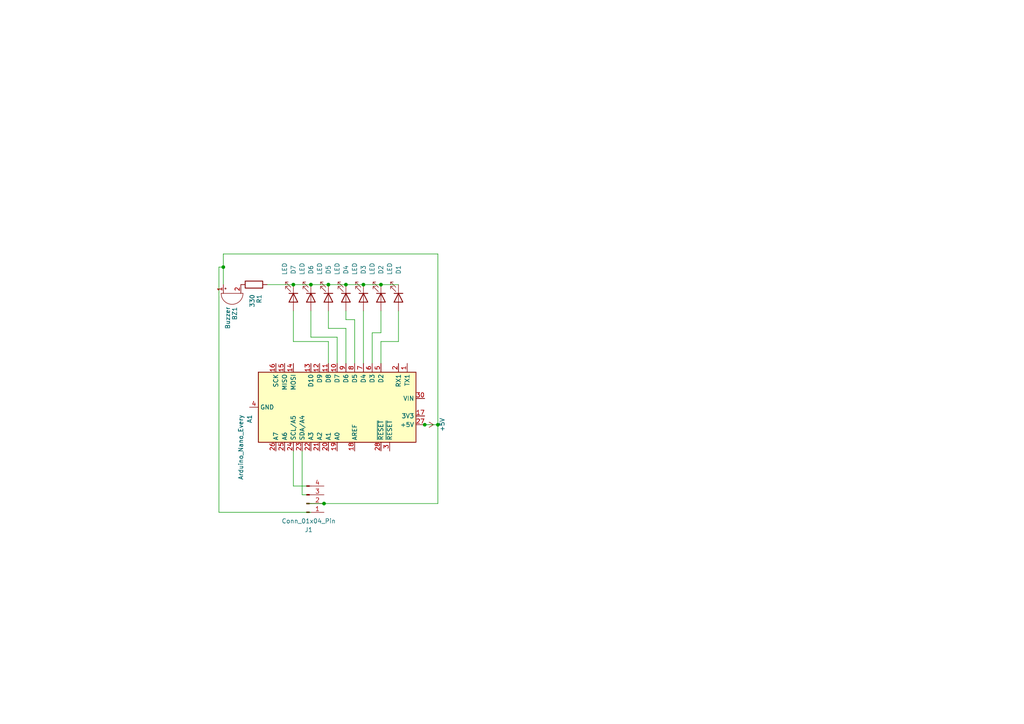
<source format=kicad_sch>
(kicad_sch
	(version 20250114)
	(generator "eeschema")
	(generator_version "9.0")
	(uuid "f2380880-d8c0-4e02-b66d-88fcd1d05cd0")
	(paper "A4")
	(lib_symbols
		(symbol "Connector:Conn_01x04_Pin"
			(pin_names
				(offset 1.016)
				(hide yes)
			)
			(exclude_from_sim no)
			(in_bom yes)
			(on_board yes)
			(property "Reference" "J"
				(at 0 5.08 0)
				(effects
					(font
						(size 1.27 1.27)
					)
				)
			)
			(property "Value" "Conn_01x04_Pin"
				(at 0 -7.62 0)
				(effects
					(font
						(size 1.27 1.27)
					)
				)
			)
			(property "Footprint" ""
				(at 0 0 0)
				(effects
					(font
						(size 1.27 1.27)
					)
					(hide yes)
				)
			)
			(property "Datasheet" "~"
				(at 0 0 0)
				(effects
					(font
						(size 1.27 1.27)
					)
					(hide yes)
				)
			)
			(property "Description" "Generic connector, single row, 01x04, script generated"
				(at 0 0 0)
				(effects
					(font
						(size 1.27 1.27)
					)
					(hide yes)
				)
			)
			(property "ki_locked" ""
				(at 0 0 0)
				(effects
					(font
						(size 1.27 1.27)
					)
				)
			)
			(property "ki_keywords" "connector"
				(at 0 0 0)
				(effects
					(font
						(size 1.27 1.27)
					)
					(hide yes)
				)
			)
			(property "ki_fp_filters" "Connector*:*_1x??_*"
				(at 0 0 0)
				(effects
					(font
						(size 1.27 1.27)
					)
					(hide yes)
				)
			)
			(symbol "Conn_01x04_Pin_1_1"
				(rectangle
					(start 0.8636 2.667)
					(end 0 2.413)
					(stroke
						(width 0.1524)
						(type default)
					)
					(fill
						(type outline)
					)
				)
				(rectangle
					(start 0.8636 0.127)
					(end 0 -0.127)
					(stroke
						(width 0.1524)
						(type default)
					)
					(fill
						(type outline)
					)
				)
				(rectangle
					(start 0.8636 -2.413)
					(end 0 -2.667)
					(stroke
						(width 0.1524)
						(type default)
					)
					(fill
						(type outline)
					)
				)
				(rectangle
					(start 0.8636 -4.953)
					(end 0 -5.207)
					(stroke
						(width 0.1524)
						(type default)
					)
					(fill
						(type outline)
					)
				)
				(polyline
					(pts
						(xy 1.27 2.54) (xy 0.8636 2.54)
					)
					(stroke
						(width 0.1524)
						(type default)
					)
					(fill
						(type none)
					)
				)
				(polyline
					(pts
						(xy 1.27 0) (xy 0.8636 0)
					)
					(stroke
						(width 0.1524)
						(type default)
					)
					(fill
						(type none)
					)
				)
				(polyline
					(pts
						(xy 1.27 -2.54) (xy 0.8636 -2.54)
					)
					(stroke
						(width 0.1524)
						(type default)
					)
					(fill
						(type none)
					)
				)
				(polyline
					(pts
						(xy 1.27 -5.08) (xy 0.8636 -5.08)
					)
					(stroke
						(width 0.1524)
						(type default)
					)
					(fill
						(type none)
					)
				)
				(pin passive line
					(at 5.08 2.54 180)
					(length 3.81)
					(name "Pin_1"
						(effects
							(font
								(size 1.27 1.27)
							)
						)
					)
					(number "1"
						(effects
							(font
								(size 1.27 1.27)
							)
						)
					)
				)
				(pin passive line
					(at 5.08 0 180)
					(length 3.81)
					(name "Pin_2"
						(effects
							(font
								(size 1.27 1.27)
							)
						)
					)
					(number "2"
						(effects
							(font
								(size 1.27 1.27)
							)
						)
					)
				)
				(pin passive line
					(at 5.08 -2.54 180)
					(length 3.81)
					(name "Pin_3"
						(effects
							(font
								(size 1.27 1.27)
							)
						)
					)
					(number "3"
						(effects
							(font
								(size 1.27 1.27)
							)
						)
					)
				)
				(pin passive line
					(at 5.08 -5.08 180)
					(length 3.81)
					(name "Pin_4"
						(effects
							(font
								(size 1.27 1.27)
							)
						)
					)
					(number "4"
						(effects
							(font
								(size 1.27 1.27)
							)
						)
					)
				)
			)
			(embedded_fonts no)
		)
		(symbol "Device:Buzzer"
			(pin_names
				(offset 0.0254)
				(hide yes)
			)
			(exclude_from_sim no)
			(in_bom yes)
			(on_board yes)
			(property "Reference" "BZ"
				(at 3.81 1.27 0)
				(effects
					(font
						(size 1.27 1.27)
					)
					(justify left)
				)
			)
			(property "Value" "Buzzer"
				(at 3.81 -1.27 0)
				(effects
					(font
						(size 1.27 1.27)
					)
					(justify left)
				)
			)
			(property "Footprint" ""
				(at -0.635 2.54 90)
				(effects
					(font
						(size 1.27 1.27)
					)
					(hide yes)
				)
			)
			(property "Datasheet" "~"
				(at -0.635 2.54 90)
				(effects
					(font
						(size 1.27 1.27)
					)
					(hide yes)
				)
			)
			(property "Description" "Buzzer, polarized"
				(at 0 0 0)
				(effects
					(font
						(size 1.27 1.27)
					)
					(hide yes)
				)
			)
			(property "ki_keywords" "quartz resonator ceramic"
				(at 0 0 0)
				(effects
					(font
						(size 1.27 1.27)
					)
					(hide yes)
				)
			)
			(property "ki_fp_filters" "*Buzzer*"
				(at 0 0 0)
				(effects
					(font
						(size 1.27 1.27)
					)
					(hide yes)
				)
			)
			(symbol "Buzzer_0_1"
				(polyline
					(pts
						(xy -1.651 1.905) (xy -1.143 1.905)
					)
					(stroke
						(width 0)
						(type default)
					)
					(fill
						(type none)
					)
				)
				(polyline
					(pts
						(xy -1.397 2.159) (xy -1.397 1.651)
					)
					(stroke
						(width 0)
						(type default)
					)
					(fill
						(type none)
					)
				)
				(arc
					(start 0 3.175)
					(mid 3.1612 0)
					(end 0 -3.175)
					(stroke
						(width 0)
						(type default)
					)
					(fill
						(type none)
					)
				)
				(polyline
					(pts
						(xy 0 3.175) (xy 0 -3.175)
					)
					(stroke
						(width 0)
						(type default)
					)
					(fill
						(type none)
					)
				)
			)
			(symbol "Buzzer_1_1"
				(pin passive line
					(at -2.54 2.54 0)
					(length 2.54)
					(name "+"
						(effects
							(font
								(size 1.27 1.27)
							)
						)
					)
					(number "1"
						(effects
							(font
								(size 1.27 1.27)
							)
						)
					)
				)
				(pin passive line
					(at -2.54 -2.54 0)
					(length 2.54)
					(name "-"
						(effects
							(font
								(size 1.27 1.27)
							)
						)
					)
					(number "2"
						(effects
							(font
								(size 1.27 1.27)
							)
						)
					)
				)
			)
			(embedded_fonts no)
		)
		(symbol "Device:LED"
			(pin_numbers
				(hide yes)
			)
			(pin_names
				(offset 1.016)
				(hide yes)
			)
			(exclude_from_sim no)
			(in_bom yes)
			(on_board yes)
			(property "Reference" "D"
				(at 0 2.54 0)
				(effects
					(font
						(size 1.27 1.27)
					)
				)
			)
			(property "Value" "LED"
				(at 0 -2.54 0)
				(effects
					(font
						(size 1.27 1.27)
					)
				)
			)
			(property "Footprint" ""
				(at 0 0 0)
				(effects
					(font
						(size 1.27 1.27)
					)
					(hide yes)
				)
			)
			(property "Datasheet" "~"
				(at 0 0 0)
				(effects
					(font
						(size 1.27 1.27)
					)
					(hide yes)
				)
			)
			(property "Description" "Light emitting diode"
				(at 0 0 0)
				(effects
					(font
						(size 1.27 1.27)
					)
					(hide yes)
				)
			)
			(property "Sim.Pins" "1=K 2=A"
				(at 0 0 0)
				(effects
					(font
						(size 1.27 1.27)
					)
					(hide yes)
				)
			)
			(property "ki_keywords" "LED diode"
				(at 0 0 0)
				(effects
					(font
						(size 1.27 1.27)
					)
					(hide yes)
				)
			)
			(property "ki_fp_filters" "LED* LED_SMD:* LED_THT:*"
				(at 0 0 0)
				(effects
					(font
						(size 1.27 1.27)
					)
					(hide yes)
				)
			)
			(symbol "LED_0_1"
				(polyline
					(pts
						(xy -3.048 -0.762) (xy -4.572 -2.286) (xy -3.81 -2.286) (xy -4.572 -2.286) (xy -4.572 -1.524)
					)
					(stroke
						(width 0)
						(type default)
					)
					(fill
						(type none)
					)
				)
				(polyline
					(pts
						(xy -1.778 -0.762) (xy -3.302 -2.286) (xy -2.54 -2.286) (xy -3.302 -2.286) (xy -3.302 -1.524)
					)
					(stroke
						(width 0)
						(type default)
					)
					(fill
						(type none)
					)
				)
				(polyline
					(pts
						(xy -1.27 0) (xy 1.27 0)
					)
					(stroke
						(width 0)
						(type default)
					)
					(fill
						(type none)
					)
				)
				(polyline
					(pts
						(xy -1.27 -1.27) (xy -1.27 1.27)
					)
					(stroke
						(width 0.254)
						(type default)
					)
					(fill
						(type none)
					)
				)
				(polyline
					(pts
						(xy 1.27 -1.27) (xy 1.27 1.27) (xy -1.27 0) (xy 1.27 -1.27)
					)
					(stroke
						(width 0.254)
						(type default)
					)
					(fill
						(type none)
					)
				)
			)
			(symbol "LED_1_1"
				(pin passive line
					(at -3.81 0 0)
					(length 2.54)
					(name "K"
						(effects
							(font
								(size 1.27 1.27)
							)
						)
					)
					(number "1"
						(effects
							(font
								(size 1.27 1.27)
							)
						)
					)
				)
				(pin passive line
					(at 3.81 0 180)
					(length 2.54)
					(name "A"
						(effects
							(font
								(size 1.27 1.27)
							)
						)
					)
					(number "2"
						(effects
							(font
								(size 1.27 1.27)
							)
						)
					)
				)
			)
			(embedded_fonts no)
		)
		(symbol "Device:R"
			(pin_numbers
				(hide yes)
			)
			(pin_names
				(offset 0)
			)
			(exclude_from_sim no)
			(in_bom yes)
			(on_board yes)
			(property "Reference" "R"
				(at 2.032 0 90)
				(effects
					(font
						(size 1.27 1.27)
					)
				)
			)
			(property "Value" "R"
				(at 0 0 90)
				(effects
					(font
						(size 1.27 1.27)
					)
				)
			)
			(property "Footprint" ""
				(at -1.778 0 90)
				(effects
					(font
						(size 1.27 1.27)
					)
					(hide yes)
				)
			)
			(property "Datasheet" "~"
				(at 0 0 0)
				(effects
					(font
						(size 1.27 1.27)
					)
					(hide yes)
				)
			)
			(property "Description" "Resistor"
				(at 0 0 0)
				(effects
					(font
						(size 1.27 1.27)
					)
					(hide yes)
				)
			)
			(property "ki_keywords" "R res resistor"
				(at 0 0 0)
				(effects
					(font
						(size 1.27 1.27)
					)
					(hide yes)
				)
			)
			(property "ki_fp_filters" "R_*"
				(at 0 0 0)
				(effects
					(font
						(size 1.27 1.27)
					)
					(hide yes)
				)
			)
			(symbol "R_0_1"
				(rectangle
					(start -1.016 -2.54)
					(end 1.016 2.54)
					(stroke
						(width 0.254)
						(type default)
					)
					(fill
						(type none)
					)
				)
			)
			(symbol "R_1_1"
				(pin passive line
					(at 0 3.81 270)
					(length 1.27)
					(name "~"
						(effects
							(font
								(size 1.27 1.27)
							)
						)
					)
					(number "1"
						(effects
							(font
								(size 1.27 1.27)
							)
						)
					)
				)
				(pin passive line
					(at 0 -3.81 90)
					(length 1.27)
					(name "~"
						(effects
							(font
								(size 1.27 1.27)
							)
						)
					)
					(number "2"
						(effects
							(font
								(size 1.27 1.27)
							)
						)
					)
				)
			)
			(embedded_fonts no)
		)
		(symbol "MCU_Module:Arduino_Nano_Every"
			(exclude_from_sim no)
			(in_bom yes)
			(on_board yes)
			(property "Reference" "A"
				(at -10.16 23.495 0)
				(effects
					(font
						(size 1.27 1.27)
					)
					(justify left bottom)
				)
			)
			(property "Value" "Arduino_Nano_Every"
				(at 5.08 -24.13 0)
				(effects
					(font
						(size 1.27 1.27)
					)
					(justify left top)
				)
			)
			(property "Footprint" "Module:Arduino_Nano"
				(at 0 0 0)
				(effects
					(font
						(size 1.27 1.27)
						(italic yes)
					)
					(hide yes)
				)
			)
			(property "Datasheet" "https://content.arduino.cc/assets/NANOEveryV3.0_sch.pdf"
				(at 0 0 0)
				(effects
					(font
						(size 1.27 1.27)
					)
					(hide yes)
				)
			)
			(property "Description" "Arduino Nano Every"
				(at 0 0 0)
				(effects
					(font
						(size 1.27 1.27)
					)
					(hide yes)
				)
			)
			(property "ki_keywords" "Arduino nano microcontroller module USB UPDI AATMega4809 AVR"
				(at 0 0 0)
				(effects
					(font
						(size 1.27 1.27)
					)
					(hide yes)
				)
			)
			(property "ki_fp_filters" "Arduino*Nano*"
				(at 0 0 0)
				(effects
					(font
						(size 1.27 1.27)
					)
					(hide yes)
				)
			)
			(symbol "Arduino_Nano_Every_0_1"
				(rectangle
					(start -10.16 22.86)
					(end 10.16 -22.86)
					(stroke
						(width 0.254)
						(type default)
					)
					(fill
						(type background)
					)
				)
			)
			(symbol "Arduino_Nano_Every_1_1"
				(pin bidirectional line
					(at -12.7 20.32 0)
					(length 2.54)
					(name "TX1"
						(effects
							(font
								(size 1.27 1.27)
							)
						)
					)
					(number "1"
						(effects
							(font
								(size 1.27 1.27)
							)
						)
					)
				)
				(pin bidirectional line
					(at -12.7 17.78 0)
					(length 2.54)
					(name "RX1"
						(effects
							(font
								(size 1.27 1.27)
							)
						)
					)
					(number "2"
						(effects
							(font
								(size 1.27 1.27)
							)
						)
					)
				)
				(pin bidirectional line
					(at -12.7 12.7 0)
					(length 2.54)
					(name "D2"
						(effects
							(font
								(size 1.27 1.27)
							)
						)
					)
					(number "5"
						(effects
							(font
								(size 1.27 1.27)
							)
						)
					)
				)
				(pin bidirectional line
					(at -12.7 10.16 0)
					(length 2.54)
					(name "D3"
						(effects
							(font
								(size 1.27 1.27)
							)
						)
					)
					(number "6"
						(effects
							(font
								(size 1.27 1.27)
							)
						)
					)
				)
				(pin bidirectional line
					(at -12.7 7.62 0)
					(length 2.54)
					(name "D4"
						(effects
							(font
								(size 1.27 1.27)
							)
						)
					)
					(number "7"
						(effects
							(font
								(size 1.27 1.27)
							)
						)
					)
				)
				(pin bidirectional line
					(at -12.7 5.08 0)
					(length 2.54)
					(name "D5"
						(effects
							(font
								(size 1.27 1.27)
							)
						)
					)
					(number "8"
						(effects
							(font
								(size 1.27 1.27)
							)
						)
					)
				)
				(pin bidirectional line
					(at -12.7 2.54 0)
					(length 2.54)
					(name "D6"
						(effects
							(font
								(size 1.27 1.27)
							)
						)
					)
					(number "9"
						(effects
							(font
								(size 1.27 1.27)
							)
						)
					)
				)
				(pin bidirectional line
					(at -12.7 0 0)
					(length 2.54)
					(name "D7"
						(effects
							(font
								(size 1.27 1.27)
							)
						)
					)
					(number "10"
						(effects
							(font
								(size 1.27 1.27)
							)
						)
					)
				)
				(pin bidirectional line
					(at -12.7 -2.54 0)
					(length 2.54)
					(name "D8"
						(effects
							(font
								(size 1.27 1.27)
							)
						)
					)
					(number "11"
						(effects
							(font
								(size 1.27 1.27)
							)
						)
					)
				)
				(pin bidirectional line
					(at -12.7 -5.08 0)
					(length 2.54)
					(name "D9"
						(effects
							(font
								(size 1.27 1.27)
							)
						)
					)
					(number "12"
						(effects
							(font
								(size 1.27 1.27)
							)
						)
					)
				)
				(pin bidirectional line
					(at -12.7 -7.62 0)
					(length 2.54)
					(name "D10"
						(effects
							(font
								(size 1.27 1.27)
							)
						)
					)
					(number "13"
						(effects
							(font
								(size 1.27 1.27)
							)
						)
					)
				)
				(pin bidirectional line
					(at -12.7 -12.7 0)
					(length 2.54)
					(name "MOSI"
						(effects
							(font
								(size 1.27 1.27)
							)
						)
					)
					(number "14"
						(effects
							(font
								(size 1.27 1.27)
							)
						)
					)
				)
				(pin bidirectional line
					(at -12.7 -15.24 0)
					(length 2.54)
					(name "MISO"
						(effects
							(font
								(size 1.27 1.27)
							)
						)
					)
					(number "15"
						(effects
							(font
								(size 1.27 1.27)
							)
						)
					)
				)
				(pin bidirectional line
					(at -12.7 -17.78 0)
					(length 2.54)
					(name "SCK"
						(effects
							(font
								(size 1.27 1.27)
							)
						)
					)
					(number "16"
						(effects
							(font
								(size 1.27 1.27)
							)
						)
					)
				)
				(pin power_in line
					(at -2.54 25.4 270)
					(length 2.54)
					(name "VIN"
						(effects
							(font
								(size 1.27 1.27)
							)
						)
					)
					(number "30"
						(effects
							(font
								(size 1.27 1.27)
							)
						)
					)
				)
				(pin passive line
					(at 0 -25.4 90)
					(length 2.54)
					(hide yes)
					(name "GND"
						(effects
							(font
								(size 1.27 1.27)
							)
						)
					)
					(number "29"
						(effects
							(font
								(size 1.27 1.27)
							)
						)
					)
				)
				(pin power_in line
					(at 0 -25.4 90)
					(length 2.54)
					(name "GND"
						(effects
							(font
								(size 1.27 1.27)
							)
						)
					)
					(number "4"
						(effects
							(font
								(size 1.27 1.27)
							)
						)
					)
				)
				(pin power_out line
					(at 2.54 25.4 270)
					(length 2.54)
					(name "3V3"
						(effects
							(font
								(size 1.27 1.27)
							)
						)
					)
					(number "17"
						(effects
							(font
								(size 1.27 1.27)
							)
						)
					)
				)
				(pin power_out line
					(at 5.08 25.4 270)
					(length 2.54)
					(name "+5V"
						(effects
							(font
								(size 1.27 1.27)
							)
						)
					)
					(number "27"
						(effects
							(font
								(size 1.27 1.27)
							)
						)
					)
				)
				(pin input line
					(at 12.7 15.24 180)
					(length 2.54)
					(name "~{RESET}"
						(effects
							(font
								(size 1.27 1.27)
							)
						)
					)
					(number "3"
						(effects
							(font
								(size 1.27 1.27)
							)
						)
					)
				)
				(pin input line
					(at 12.7 12.7 180)
					(length 2.54)
					(name "~{RESET}"
						(effects
							(font
								(size 1.27 1.27)
							)
						)
					)
					(number "28"
						(effects
							(font
								(size 1.27 1.27)
							)
						)
					)
				)
				(pin input line
					(at 12.7 5.08 180)
					(length 2.54)
					(name "AREF"
						(effects
							(font
								(size 1.27 1.27)
							)
						)
					)
					(number "18"
						(effects
							(font
								(size 1.27 1.27)
							)
						)
					)
				)
				(pin bidirectional line
					(at 12.7 0 180)
					(length 2.54)
					(name "A0"
						(effects
							(font
								(size 1.27 1.27)
							)
						)
					)
					(number "19"
						(effects
							(font
								(size 1.27 1.27)
							)
						)
					)
				)
				(pin bidirectional line
					(at 12.7 -2.54 180)
					(length 2.54)
					(name "A1"
						(effects
							(font
								(size 1.27 1.27)
							)
						)
					)
					(number "20"
						(effects
							(font
								(size 1.27 1.27)
							)
						)
					)
				)
				(pin bidirectional line
					(at 12.7 -5.08 180)
					(length 2.54)
					(name "A2"
						(effects
							(font
								(size 1.27 1.27)
							)
						)
					)
					(number "21"
						(effects
							(font
								(size 1.27 1.27)
							)
						)
					)
				)
				(pin bidirectional line
					(at 12.7 -7.62 180)
					(length 2.54)
					(name "A3"
						(effects
							(font
								(size 1.27 1.27)
							)
						)
					)
					(number "22"
						(effects
							(font
								(size 1.27 1.27)
							)
						)
					)
				)
				(pin bidirectional line
					(at 12.7 -10.16 180)
					(length 2.54)
					(name "SDA/A4"
						(effects
							(font
								(size 1.27 1.27)
							)
						)
					)
					(number "23"
						(effects
							(font
								(size 1.27 1.27)
							)
						)
					)
				)
				(pin bidirectional line
					(at 12.7 -12.7 180)
					(length 2.54)
					(name "SCL/A5"
						(effects
							(font
								(size 1.27 1.27)
							)
						)
					)
					(number "24"
						(effects
							(font
								(size 1.27 1.27)
							)
						)
					)
				)
				(pin bidirectional line
					(at 12.7 -15.24 180)
					(length 2.54)
					(name "A6"
						(effects
							(font
								(size 1.27 1.27)
							)
						)
					)
					(number "25"
						(effects
							(font
								(size 1.27 1.27)
							)
						)
					)
				)
				(pin bidirectional line
					(at 12.7 -17.78 180)
					(length 2.54)
					(name "A7"
						(effects
							(font
								(size 1.27 1.27)
							)
						)
					)
					(number "26"
						(effects
							(font
								(size 1.27 1.27)
							)
						)
					)
				)
			)
			(embedded_fonts no)
		)
		(symbol "power:+5V"
			(power)
			(pin_numbers
				(hide yes)
			)
			(pin_names
				(offset 0)
				(hide yes)
			)
			(exclude_from_sim no)
			(in_bom yes)
			(on_board yes)
			(property "Reference" "#PWR"
				(at 0 -3.81 0)
				(effects
					(font
						(size 1.27 1.27)
					)
					(hide yes)
				)
			)
			(property "Value" "+5V"
				(at 0 3.556 0)
				(effects
					(font
						(size 1.27 1.27)
					)
				)
			)
			(property "Footprint" ""
				(at 0 0 0)
				(effects
					(font
						(size 1.27 1.27)
					)
					(hide yes)
				)
			)
			(property "Datasheet" ""
				(at 0 0 0)
				(effects
					(font
						(size 1.27 1.27)
					)
					(hide yes)
				)
			)
			(property "Description" "Power symbol creates a global label with name \"+5V\""
				(at 0 0 0)
				(effects
					(font
						(size 1.27 1.27)
					)
					(hide yes)
				)
			)
			(property "ki_keywords" "global power"
				(at 0 0 0)
				(effects
					(font
						(size 1.27 1.27)
					)
					(hide yes)
				)
			)
			(symbol "+5V_0_1"
				(polyline
					(pts
						(xy -0.762 1.27) (xy 0 2.54)
					)
					(stroke
						(width 0)
						(type default)
					)
					(fill
						(type none)
					)
				)
				(polyline
					(pts
						(xy 0 2.54) (xy 0.762 1.27)
					)
					(stroke
						(width 0)
						(type default)
					)
					(fill
						(type none)
					)
				)
				(polyline
					(pts
						(xy 0 0) (xy 0 2.54)
					)
					(stroke
						(width 0)
						(type default)
					)
					(fill
						(type none)
					)
				)
			)
			(symbol "+5V_1_1"
				(pin power_in line
					(at 0 0 90)
					(length 0)
					(name "~"
						(effects
							(font
								(size 1.27 1.27)
							)
						)
					)
					(number "1"
						(effects
							(font
								(size 1.27 1.27)
							)
						)
					)
				)
			)
			(embedded_fonts no)
		)
	)
	(junction
		(at 85.09 82.55)
		(diameter 0)
		(color 0 0 0 0)
		(uuid "2c6c0524-bc6d-4ff7-ae15-ad6097a3f880")
	)
	(junction
		(at 123.19 123.19)
		(diameter 0)
		(color 0 0 0 0)
		(uuid "5a0bd7d9-509c-4969-b097-a3e92b5dbc82")
	)
	(junction
		(at 105.41 82.55)
		(diameter 0)
		(color 0 0 0 0)
		(uuid "5d7e17fe-430d-4762-970e-0c45ebf9d070")
	)
	(junction
		(at 93.98 146.05)
		(diameter 0)
		(color 0 0 0 0)
		(uuid "65328d4c-b6f6-4658-85fe-c08fcac0d0ac")
	)
	(junction
		(at 90.17 82.55)
		(diameter 0)
		(color 0 0 0 0)
		(uuid "6c3d0916-e91d-42e2-959d-2a62ed722dab")
	)
	(junction
		(at 100.33 82.55)
		(diameter 0)
		(color 0 0 0 0)
		(uuid "7698268e-ed8f-499c-b42a-39115e75b6ac")
	)
	(junction
		(at 64.77 77.47)
		(diameter 0)
		(color 0 0 0 0)
		(uuid "7b81e011-6590-49c4-b3b3-b53a5ab303cd")
	)
	(junction
		(at 127 123.19)
		(diameter 0)
		(color 0 0 0 0)
		(uuid "7ec63419-fd73-49ed-ab53-30f4b9633678")
	)
	(junction
		(at 95.25 82.55)
		(diameter 0)
		(color 0 0 0 0)
		(uuid "9ab7335a-4577-4857-a431-b63d6a46a1f7")
	)
	(junction
		(at 110.49 82.55)
		(diameter 0)
		(color 0 0 0 0)
		(uuid "f172d8b5-25c8-4e17-9a1a-dfb99e6a6ed2")
	)
	(wire
		(pts
			(xy 110.49 82.55) (xy 105.41 82.55)
		)
		(stroke
			(width 0)
			(type default)
		)
		(uuid "09ad4dc4-d9ef-44ed-ab8e-429ff9c139ec")
	)
	(wire
		(pts
			(xy 105.41 82.55) (xy 100.33 82.55)
		)
		(stroke
			(width 0)
			(type default)
		)
		(uuid "0aedf556-78fe-4082-a855-c1592cba14e6")
	)
	(wire
		(pts
			(xy 90.17 90.17) (xy 90.17 97.79)
		)
		(stroke
			(width 0)
			(type default)
		)
		(uuid "0eb01c45-3670-4146-b71c-f855355b9ca4")
	)
	(wire
		(pts
			(xy 110.49 99.06) (xy 110.49 105.41)
		)
		(stroke
			(width 0)
			(type default)
		)
		(uuid "1b1bd1d0-da87-445f-a2f3-24c9ebbe977e")
	)
	(wire
		(pts
			(xy 100.33 92.71) (xy 102.87 92.71)
		)
		(stroke
			(width 0)
			(type default)
		)
		(uuid "1c82c6e2-664f-4383-a76e-e3396215e993")
	)
	(wire
		(pts
			(xy 100.33 90.17) (xy 100.33 92.71)
		)
		(stroke
			(width 0)
			(type default)
		)
		(uuid "20612aca-b93b-458f-8a68-12c3285d0c5e")
	)
	(wire
		(pts
			(xy 85.09 90.17) (xy 85.09 99.06)
		)
		(stroke
			(width 0)
			(type default)
		)
		(uuid "2478b6c0-7cf4-4b5d-acef-aee70dd37090")
	)
	(wire
		(pts
			(xy 127 146.05) (xy 127 123.19)
		)
		(stroke
			(width 0)
			(type default)
		)
		(uuid "2809ea4d-5e98-4c2d-8b47-fd510283c561")
	)
	(wire
		(pts
			(xy 95.25 95.25) (xy 100.33 95.25)
		)
		(stroke
			(width 0)
			(type default)
		)
		(uuid "34d84e7f-6b18-475b-9702-8007498f898d")
	)
	(wire
		(pts
			(xy 88.9 140.97) (xy 85.09 140.97)
		)
		(stroke
			(width 0)
			(type default)
		)
		(uuid "3c813ea7-fdf4-4ca8-a065-15bbe3b8a807")
	)
	(wire
		(pts
			(xy 90.17 82.55) (xy 85.09 82.55)
		)
		(stroke
			(width 0)
			(type default)
		)
		(uuid "3feef40f-6551-48fd-be52-bace238ec8e4")
	)
	(wire
		(pts
			(xy 97.79 97.79) (xy 97.79 105.41)
		)
		(stroke
			(width 0)
			(type default)
		)
		(uuid "48fed1a5-2840-4b86-bfbe-c029fe95099d")
	)
	(wire
		(pts
			(xy 90.17 148.59) (xy 63.5 148.59)
		)
		(stroke
			(width 0)
			(type default)
		)
		(uuid "49b7f1df-df85-477c-a31a-557afcf02d00")
	)
	(wire
		(pts
			(xy 100.33 82.55) (xy 95.25 82.55)
		)
		(stroke
			(width 0)
			(type default)
		)
		(uuid "5642a421-20c5-4052-be1e-74807db106dd")
	)
	(wire
		(pts
			(xy 107.95 96.52) (xy 107.95 105.41)
		)
		(stroke
			(width 0)
			(type default)
		)
		(uuid "5976879e-30be-4c9f-a840-e028e6fbb6b8")
	)
	(wire
		(pts
			(xy 63.5 148.59) (xy 63.5 77.47)
		)
		(stroke
			(width 0)
			(type default)
		)
		(uuid "5bcab990-a631-422b-afcd-e4a8ce1abc7f")
	)
	(wire
		(pts
			(xy 127 123.19) (xy 123.19 123.19)
		)
		(stroke
			(width 0)
			(type default)
		)
		(uuid "64443dfa-449b-4b60-ab19-6779e24cd426")
	)
	(wire
		(pts
			(xy 110.49 90.17) (xy 110.49 96.52)
		)
		(stroke
			(width 0)
			(type default)
		)
		(uuid "64701aa7-04f8-464c-856c-56b80b4b7243")
	)
	(wire
		(pts
			(xy 90.17 97.79) (xy 97.79 97.79)
		)
		(stroke
			(width 0)
			(type default)
		)
		(uuid "6c37123c-20e6-432b-9c40-b3e0c7dbed70")
	)
	(wire
		(pts
			(xy 123.19 123.19) (xy 121.92 123.19)
		)
		(stroke
			(width 0)
			(type default)
		)
		(uuid "6fccacce-6fef-4e52-9b47-75b35a55fa52")
	)
	(wire
		(pts
			(xy 85.09 99.06) (xy 95.25 99.06)
		)
		(stroke
			(width 0)
			(type default)
		)
		(uuid "73d703b1-ec71-4066-8385-7fa6cd73f363")
	)
	(wire
		(pts
			(xy 87.63 143.51) (xy 87.63 130.81)
		)
		(stroke
			(width 0)
			(type default)
		)
		(uuid "76643068-c315-41a3-8a97-587669b2901c")
	)
	(wire
		(pts
			(xy 110.49 96.52) (xy 107.95 96.52)
		)
		(stroke
			(width 0)
			(type default)
		)
		(uuid "7a7fe698-9de9-4d42-8d65-69ba6fb3826b")
	)
	(wire
		(pts
			(xy 85.09 140.97) (xy 85.09 130.81)
		)
		(stroke
			(width 0)
			(type default)
		)
		(uuid "850c5ee1-ee4c-4d38-8914-eeb221211ba4")
	)
	(wire
		(pts
			(xy 105.41 90.17) (xy 105.41 105.41)
		)
		(stroke
			(width 0)
			(type default)
		)
		(uuid "89736b90-e0a5-4997-b243-ff18a783beaa")
	)
	(wire
		(pts
			(xy 127 73.66) (xy 127 123.19)
		)
		(stroke
			(width 0)
			(type default)
		)
		(uuid "89a28c4f-6fb9-42d2-bb50-bb9181045066")
	)
	(wire
		(pts
			(xy 100.33 95.25) (xy 100.33 105.41)
		)
		(stroke
			(width 0)
			(type default)
		)
		(uuid "8d0f9bdd-3f08-43ce-b089-407331a9031f")
	)
	(wire
		(pts
			(xy 64.77 82.55) (xy 64.77 77.47)
		)
		(stroke
			(width 0)
			(type default)
		)
		(uuid "935f56cc-2043-44b7-b268-5e98ca76faf7")
	)
	(wire
		(pts
			(xy 115.57 82.55) (xy 110.49 82.55)
		)
		(stroke
			(width 0)
			(type default)
		)
		(uuid "975723b9-f605-4fce-a0ff-c7dc7b2ba3c0")
	)
	(wire
		(pts
			(xy 64.77 77.47) (xy 64.77 73.66)
		)
		(stroke
			(width 0)
			(type default)
		)
		(uuid "985bcddc-750e-4eeb-97db-965a667003fa")
	)
	(wire
		(pts
			(xy 88.9 146.05) (xy 93.98 146.05)
		)
		(stroke
			(width 0)
			(type default)
		)
		(uuid "9a18173c-6d51-4131-8cfb-70bc1bdf2003")
	)
	(wire
		(pts
			(xy 88.9 143.51) (xy 87.63 143.51)
		)
		(stroke
			(width 0)
			(type default)
		)
		(uuid "9a3b10e0-a574-4fe8-a34e-a0838c3fdc0c")
	)
	(wire
		(pts
			(xy 95.25 99.06) (xy 95.25 105.41)
		)
		(stroke
			(width 0)
			(type default)
		)
		(uuid "9cbf98c1-87b6-40d9-99a5-dbdb204c3848")
	)
	(wire
		(pts
			(xy 102.87 92.71) (xy 102.87 105.41)
		)
		(stroke
			(width 0)
			(type default)
		)
		(uuid "a3201bff-285b-48f0-9f0c-246eccd485d4")
	)
	(wire
		(pts
			(xy 127 146.05) (xy 93.98 146.05)
		)
		(stroke
			(width 0)
			(type default)
		)
		(uuid "b89c3b96-eb6e-45c5-b22f-3db409ffefda")
	)
	(wire
		(pts
			(xy 64.77 73.66) (xy 127 73.66)
		)
		(stroke
			(width 0)
			(type default)
		)
		(uuid "b91f378f-f27c-4e94-a0d6-c9aae4576e2d")
	)
	(wire
		(pts
			(xy 115.57 99.06) (xy 110.49 99.06)
		)
		(stroke
			(width 0)
			(type default)
		)
		(uuid "bebbc6cc-63b9-46ae-884a-40e3fe34a13b")
	)
	(wire
		(pts
			(xy 115.57 90.17) (xy 115.57 99.06)
		)
		(stroke
			(width 0)
			(type default)
		)
		(uuid "c9f6ffa5-1c27-40cd-a78b-5993cd7597f0")
	)
	(wire
		(pts
			(xy 63.5 77.47) (xy 64.77 77.47)
		)
		(stroke
			(width 0)
			(type default)
		)
		(uuid "d6c31fd9-12e3-43fa-95cb-e20dd36a0bfd")
	)
	(wire
		(pts
			(xy 95.25 90.17) (xy 95.25 95.25)
		)
		(stroke
			(width 0)
			(type default)
		)
		(uuid "dd03912a-6333-4423-b2bc-b4fb42dd448a")
	)
	(wire
		(pts
			(xy 85.09 82.55) (xy 77.47 82.55)
		)
		(stroke
			(width 0)
			(type default)
		)
		(uuid "e587af8d-b15c-41d3-8a29-532623355269")
	)
	(wire
		(pts
			(xy 95.25 82.55) (xy 90.17 82.55)
		)
		(stroke
			(width 0)
			(type default)
		)
		(uuid "fa25764f-cd16-492d-99ed-ed1fb4db99ac")
	)
	(symbol
		(lib_id "power:+5V")
		(at 123.19 123.19 270)
		(unit 1)
		(exclude_from_sim no)
		(in_bom yes)
		(on_board yes)
		(dnp no)
		(fields_autoplaced yes)
		(uuid "1e941ec6-2f54-4a7a-b616-3817a4f43ece")
		(property "Reference" "#PWR01"
			(at 119.38 123.19 0)
			(effects
				(font
					(size 1.27 1.27)
				)
				(hide yes)
			)
		)
		(property "Value" "+5V"
			(at 128.27 123.19 0)
			(effects
				(font
					(size 1.27 1.27)
				)
			)
		)
		(property "Footprint" ""
			(at 123.19 123.19 0)
			(effects
				(font
					(size 1.27 1.27)
				)
				(hide yes)
			)
		)
		(property "Datasheet" ""
			(at 123.19 123.19 0)
			(effects
				(font
					(size 1.27 1.27)
				)
				(hide yes)
			)
		)
		(property "Description" "Power symbol creates a global label with name \"+5V\""
			(at 123.19 123.19 0)
			(effects
				(font
					(size 1.27 1.27)
				)
				(hide yes)
			)
		)
		(pin "1"
			(uuid "15791174-25df-43f4-8e67-33a678e3c7d4")
		)
		(instances
			(project ""
				(path "/f2380880-d8c0-4e02-b66d-88fcd1d05cd0"
					(reference "#PWR01")
					(unit 1)
				)
			)
		)
	)
	(symbol
		(lib_id "Device:LED")
		(at 110.49 86.36 270)
		(unit 1)
		(exclude_from_sim no)
		(in_bom yes)
		(on_board yes)
		(dnp no)
		(uuid "4a492fff-a093-4310-8142-aa9b01c4f056")
		(property "Reference" "D2"
			(at 110.49 78.232 0)
			(effects
				(font
					(size 1.27 1.27)
				)
			)
		)
		(property "Value" "LED"
			(at 107.95 77.978 0)
			(effects
				(font
					(size 1.27 1.27)
				)
			)
		)
		(property "Footprint" "LED_THT:LED_D3.0mm"
			(at 110.49 86.36 0)
			(effects
				(font
					(size 1.27 1.27)
				)
				(hide yes)
			)
		)
		(property "Datasheet" "~"
			(at 110.49 86.36 0)
			(effects
				(font
					(size 1.27 1.27)
				)
				(hide yes)
			)
		)
		(property "Description" "Light emitting diode"
			(at 110.49 86.36 0)
			(effects
				(font
					(size 1.27 1.27)
				)
				(hide yes)
			)
		)
		(property "Sim.Pins" "1=K 2=A"
			(at 110.49 86.36 0)
			(effects
				(font
					(size 1.27 1.27)
				)
				(hide yes)
			)
		)
		(pin "2"
			(uuid "fd7cbc3f-78d2-41d4-a259-3b8665d5932d")
		)
		(pin "1"
			(uuid "b7c568e1-a171-4352-aae7-02aed39618a4")
		)
		(instances
			(project "heartbeat"
				(path "/f2380880-d8c0-4e02-b66d-88fcd1d05cd0"
					(reference "D2")
					(unit 1)
				)
			)
		)
	)
	(symbol
		(lib_id "Connector:Conn_01x04_Pin")
		(at 88.9 146.05 0)
		(mirror x)
		(unit 1)
		(exclude_from_sim no)
		(in_bom yes)
		(on_board yes)
		(dnp no)
		(uuid "5e6819ab-87e4-4961-b0b1-8e1b91434133")
		(property "Reference" "J1"
			(at 89.535 153.67 0)
			(effects
				(font
					(size 1.27 1.27)
				)
			)
		)
		(property "Value" "Conn_01x04_Pin"
			(at 89.535 151.13 0)
			(effects
				(font
					(size 1.27 1.27)
				)
			)
		)
		(property "Footprint" "Connector_PinHeader_2.54mm:PinHeader_1x04_P2.54mm_Vertical"
			(at 88.9 146.05 0)
			(effects
				(font
					(size 1.27 1.27)
				)
				(hide yes)
			)
		)
		(property "Datasheet" "~"
			(at 88.9 146.05 0)
			(effects
				(font
					(size 1.27 1.27)
				)
				(hide yes)
			)
		)
		(property "Description" "Generic connector, single row, 01x04, script generated"
			(at 88.9 146.05 0)
			(effects
				(font
					(size 1.27 1.27)
				)
				(hide yes)
			)
		)
		(pin "1"
			(uuid "967503f9-5d88-4702-8a2c-a01b50103ffe")
		)
		(pin "4"
			(uuid "0934e352-913b-4672-a170-6ed89b4406c3")
		)
		(pin "3"
			(uuid "2e948463-48c9-404f-877b-0ab9001d225c")
		)
		(pin "2"
			(uuid "18d21211-4812-4eb9-915e-75a8be4534a8")
		)
		(instances
			(project ""
				(path "/f2380880-d8c0-4e02-b66d-88fcd1d05cd0"
					(reference "J1")
					(unit 1)
				)
			)
		)
	)
	(symbol
		(lib_id "Device:LED")
		(at 105.41 86.36 270)
		(unit 1)
		(exclude_from_sim no)
		(in_bom yes)
		(on_board yes)
		(dnp no)
		(uuid "72fd8c37-ba7d-4251-bf7e-27bed2f9e160")
		(property "Reference" "D3"
			(at 105.41 78.232 0)
			(effects
				(font
					(size 1.27 1.27)
				)
			)
		)
		(property "Value" "LED"
			(at 102.87 77.978 0)
			(effects
				(font
					(size 1.27 1.27)
				)
			)
		)
		(property "Footprint" "LED_THT:LED_D3.0mm"
			(at 105.41 86.36 0)
			(effects
				(font
					(size 1.27 1.27)
				)
				(hide yes)
			)
		)
		(property "Datasheet" "~"
			(at 105.41 86.36 0)
			(effects
				(font
					(size 1.27 1.27)
				)
				(hide yes)
			)
		)
		(property "Description" "Light emitting diode"
			(at 105.41 86.36 0)
			(effects
				(font
					(size 1.27 1.27)
				)
				(hide yes)
			)
		)
		(property "Sim.Pins" "1=K 2=A"
			(at 105.41 86.36 0)
			(effects
				(font
					(size 1.27 1.27)
				)
				(hide yes)
			)
		)
		(pin "2"
			(uuid "772e3ec1-86c0-420b-9b8b-d347c869a714")
		)
		(pin "1"
			(uuid "07d6b39a-b1c4-4db7-9b40-3c9f0ca391f6")
		)
		(instances
			(project "heartbeat"
				(path "/f2380880-d8c0-4e02-b66d-88fcd1d05cd0"
					(reference "D3")
					(unit 1)
				)
			)
		)
	)
	(symbol
		(lib_id "Device:LED")
		(at 85.09 86.36 270)
		(unit 1)
		(exclude_from_sim no)
		(in_bom yes)
		(on_board yes)
		(dnp no)
		(uuid "750cfece-ac1e-460e-9725-7931e7409224")
		(property "Reference" "D7"
			(at 85.09 78.232 0)
			(effects
				(font
					(size 1.27 1.27)
				)
			)
		)
		(property "Value" "LED"
			(at 82.55 77.978 0)
			(effects
				(font
					(size 1.27 1.27)
				)
			)
		)
		(property "Footprint" "LED_THT:LED_D3.0mm"
			(at 85.09 86.36 0)
			(effects
				(font
					(size 1.27 1.27)
				)
				(hide yes)
			)
		)
		(property "Datasheet" "~"
			(at 85.09 86.36 0)
			(effects
				(font
					(size 1.27 1.27)
				)
				(hide yes)
			)
		)
		(property "Description" "Light emitting diode"
			(at 85.09 86.36 0)
			(effects
				(font
					(size 1.27 1.27)
				)
				(hide yes)
			)
		)
		(property "Sim.Pins" "1=K 2=A"
			(at 85.09 86.36 0)
			(effects
				(font
					(size 1.27 1.27)
				)
				(hide yes)
			)
		)
		(pin "2"
			(uuid "717c5862-1a5f-468c-a20f-69b6cc039170")
		)
		(pin "1"
			(uuid "490935a3-9672-4be3-9fdd-5aae68f0285c")
		)
		(instances
			(project "heartbeat"
				(path "/f2380880-d8c0-4e02-b66d-88fcd1d05cd0"
					(reference "D7")
					(unit 1)
				)
			)
		)
	)
	(symbol
		(lib_id "MCU_Module:Arduino_Nano_Every")
		(at 97.79 118.11 270)
		(unit 1)
		(exclude_from_sim no)
		(in_bom yes)
		(on_board yes)
		(dnp no)
		(fields_autoplaced yes)
		(uuid "939bc15a-87a1-4054-9bec-ca1ee1910752")
		(property "Reference" "A1"
			(at 72.39 120.2533 0)
			(effects
				(font
					(size 1.27 1.27)
				)
				(justify left)
			)
		)
		(property "Value" "Arduino_Nano_Every"
			(at 69.85 120.2533 0)
			(effects
				(font
					(size 1.27 1.27)
				)
				(justify left)
			)
		)
		(property "Footprint" "Module:Arduino_Nano"
			(at 97.79 118.11 0)
			(effects
				(font
					(size 1.27 1.27)
					(italic yes)
				)
				(hide yes)
			)
		)
		(property "Datasheet" "https://content.arduino.cc/assets/NANOEveryV3.0_sch.pdf"
			(at 97.79 118.11 0)
			(effects
				(font
					(size 1.27 1.27)
				)
				(hide yes)
			)
		)
		(property "Description" "Arduino Nano Every"
			(at 97.79 118.11 0)
			(effects
				(font
					(size 1.27 1.27)
				)
				(hide yes)
			)
		)
		(pin "13"
			(uuid "ed7c3d57-d241-4c68-8cc7-507a4863dcea")
		)
		(pin "28"
			(uuid "24098452-b8cd-47c9-950b-4cd3c8d6dc4a")
		)
		(pin "21"
			(uuid "45fd9459-1a83-4587-84ac-6200f9d73c4c")
		)
		(pin "10"
			(uuid "00c261b2-40c6-47be-a204-de9d072eff91")
		)
		(pin "16"
			(uuid "95a5f1af-7db2-4680-b04b-b270f3a14c67")
		)
		(pin "3"
			(uuid "168bf439-e081-4a86-b29e-9dbfa7751cf8")
		)
		(pin "19"
			(uuid "f65fa946-9e3e-4f3c-a444-100e4fac9519")
		)
		(pin "12"
			(uuid "51ae35e1-be5e-4749-a0d6-fff8e33a0433")
		)
		(pin "18"
			(uuid "62377b59-6309-4df7-937a-0e37b1480d04")
		)
		(pin "11"
			(uuid "2da85a59-78f3-4d77-8a29-3c73c830ef0a")
		)
		(pin "25"
			(uuid "f2ba549f-e543-47ce-abc5-1b6fd4108ac8")
		)
		(pin "14"
			(uuid "c7ec2ebe-d503-4252-b275-baedc6b263ae")
		)
		(pin "6"
			(uuid "d6d09f62-eeb5-458e-99b1-2426dd881a6d")
		)
		(pin "1"
			(uuid "a800a488-14ab-4ca0-a51c-836a432f072b")
		)
		(pin "23"
			(uuid "9e38d1cd-7268-4ea4-bb37-6e6a55cf7391")
		)
		(pin "9"
			(uuid "556a13fc-f30d-4232-946f-c228b7309093")
		)
		(pin "4"
			(uuid "e9f3c818-9b78-480b-99ac-4d58a3e0977d")
		)
		(pin "5"
			(uuid "bed4b87a-7e6e-487b-a532-dded1e178d57")
		)
		(pin "15"
			(uuid "0716a8e0-fd47-4bf0-85e2-42b592362864")
		)
		(pin "2"
			(uuid "1f4febaa-20df-4599-884a-2232e5ce0166")
		)
		(pin "8"
			(uuid "42754733-d1b4-43a0-8c30-900819fecbd1")
		)
		(pin "29"
			(uuid "3e10fe1f-c929-459e-b871-1ddbd4354722")
		)
		(pin "7"
			(uuid "74b299bf-8b9e-485d-91bb-45592395abbf")
		)
		(pin "30"
			(uuid "ea1c3a49-0d99-4d7e-ac8b-9a05d543bdb8")
		)
		(pin "17"
			(uuid "c16b5ef3-f4ed-4cce-b373-38bebcd40680")
		)
		(pin "27"
			(uuid "e27ef887-5293-4615-be62-62606df222b7")
		)
		(pin "20"
			(uuid "2dd405a5-a7d7-4333-92f9-9b33650e9796")
		)
		(pin "24"
			(uuid "6af96391-fda4-4a1f-a6b2-c3b374692d0d")
		)
		(pin "26"
			(uuid "378c92f7-08aa-4932-a3eb-238efc115edb")
		)
		(pin "22"
			(uuid "57f5f636-ee5d-4a81-a49c-d2dfce8e8910")
		)
		(instances
			(project ""
				(path "/f2380880-d8c0-4e02-b66d-88fcd1d05cd0"
					(reference "A1")
					(unit 1)
				)
			)
		)
	)
	(symbol
		(lib_id "Device:LED")
		(at 115.57 86.36 270)
		(unit 1)
		(exclude_from_sim no)
		(in_bom yes)
		(on_board yes)
		(dnp no)
		(uuid "9f961ae9-b8f3-474a-b1ce-890b94a9018c")
		(property "Reference" "D1"
			(at 115.57 78.232 0)
			(effects
				(font
					(size 1.27 1.27)
				)
			)
		)
		(property "Value" "LED"
			(at 113.03 77.978 0)
			(effects
				(font
					(size 1.27 1.27)
				)
			)
		)
		(property "Footprint" "LED_THT:LED_D3.0mm"
			(at 115.57 86.36 0)
			(effects
				(font
					(size 1.27 1.27)
				)
				(hide yes)
			)
		)
		(property "Datasheet" "~"
			(at 115.57 86.36 0)
			(effects
				(font
					(size 1.27 1.27)
				)
				(hide yes)
			)
		)
		(property "Description" "Light emitting diode"
			(at 115.57 86.36 0)
			(effects
				(font
					(size 1.27 1.27)
				)
				(hide yes)
			)
		)
		(property "Sim.Pins" "1=K 2=A"
			(at 115.57 86.36 0)
			(effects
				(font
					(size 1.27 1.27)
				)
				(hide yes)
			)
		)
		(pin "2"
			(uuid "ccfbdbb8-fccc-4ce3-b2e4-896c7d442039")
		)
		(pin "1"
			(uuid "e6683c6d-c27a-4103-a277-df87045163e5")
		)
		(instances
			(project ""
				(path "/f2380880-d8c0-4e02-b66d-88fcd1d05cd0"
					(reference "D1")
					(unit 1)
				)
			)
		)
	)
	(symbol
		(lib_id "Device:LED")
		(at 95.25 86.36 270)
		(unit 1)
		(exclude_from_sim no)
		(in_bom yes)
		(on_board yes)
		(dnp no)
		(uuid "a6ea5e4d-f48e-4f08-8251-9d40662d1bb1")
		(property "Reference" "D5"
			(at 95.25 78.232 0)
			(effects
				(font
					(size 1.27 1.27)
				)
			)
		)
		(property "Value" "LED"
			(at 92.71 77.978 0)
			(effects
				(font
					(size 1.27 1.27)
				)
			)
		)
		(property "Footprint" "LED_THT:LED_D3.0mm"
			(at 95.25 86.36 0)
			(effects
				(font
					(size 1.27 1.27)
				)
				(hide yes)
			)
		)
		(property "Datasheet" "~"
			(at 95.25 86.36 0)
			(effects
				(font
					(size 1.27 1.27)
				)
				(hide yes)
			)
		)
		(property "Description" "Light emitting diode"
			(at 95.25 86.36 0)
			(effects
				(font
					(size 1.27 1.27)
				)
				(hide yes)
			)
		)
		(property "Sim.Pins" "1=K 2=A"
			(at 95.25 86.36 0)
			(effects
				(font
					(size 1.27 1.27)
				)
				(hide yes)
			)
		)
		(pin "2"
			(uuid "1f7505a7-8865-4aa0-be93-b2dce6f21406")
		)
		(pin "1"
			(uuid "b5c5934b-fe5a-4a4e-8a67-b34a05a660ba")
		)
		(instances
			(project "heartbeat"
				(path "/f2380880-d8c0-4e02-b66d-88fcd1d05cd0"
					(reference "D5")
					(unit 1)
				)
			)
		)
	)
	(symbol
		(lib_id "Device:LED")
		(at 90.17 86.36 270)
		(unit 1)
		(exclude_from_sim no)
		(in_bom yes)
		(on_board yes)
		(dnp no)
		(uuid "b31aaf96-35af-424b-94f0-e3933f6d8c11")
		(property "Reference" "D6"
			(at 90.17 78.232 0)
			(effects
				(font
					(size 1.27 1.27)
				)
			)
		)
		(property "Value" "LED"
			(at 87.63 77.978 0)
			(effects
				(font
					(size 1.27 1.27)
				)
			)
		)
		(property "Footprint" "LED_THT:LED_D3.0mm"
			(at 90.17 86.36 0)
			(effects
				(font
					(size 1.27 1.27)
				)
				(hide yes)
			)
		)
		(property "Datasheet" "~"
			(at 90.17 86.36 0)
			(effects
				(font
					(size 1.27 1.27)
				)
				(hide yes)
			)
		)
		(property "Description" "Light emitting diode"
			(at 90.17 86.36 0)
			(effects
				(font
					(size 1.27 1.27)
				)
				(hide yes)
			)
		)
		(property "Sim.Pins" "1=K 2=A"
			(at 90.17 86.36 0)
			(effects
				(font
					(size 1.27 1.27)
				)
				(hide yes)
			)
		)
		(pin "2"
			(uuid "dce1b42d-486b-4712-be49-584fc22b3c6a")
		)
		(pin "1"
			(uuid "b9f4cc60-d49a-43fa-bb9f-76441a10701b")
		)
		(instances
			(project "heartbeat"
				(path "/f2380880-d8c0-4e02-b66d-88fcd1d05cd0"
					(reference "D6")
					(unit 1)
				)
			)
		)
	)
	(symbol
		(lib_id "Device:R")
		(at 73.66 82.55 270)
		(unit 1)
		(exclude_from_sim no)
		(in_bom yes)
		(on_board yes)
		(dnp no)
		(uuid "ba0baf32-4d29-4551-9888-1298f1d5e34b")
		(property "Reference" "R1"
			(at 75.184 85.344 0)
			(effects
				(font
					(size 1.27 1.27)
				)
				(justify left)
			)
		)
		(property "Value" "330"
			(at 73.152 85.344 0)
			(effects
				(font
					(size 1.27 1.27)
				)
				(justify left)
			)
		)
		(property "Footprint" "Resistor_THT:R_Axial_DIN0207_L6.3mm_D2.5mm_P10.16mm_Horizontal"
			(at 73.66 80.772 90)
			(effects
				(font
					(size 1.27 1.27)
				)
				(hide yes)
			)
		)
		(property "Datasheet" "~"
			(at 73.66 82.55 0)
			(effects
				(font
					(size 1.27 1.27)
				)
				(hide yes)
			)
		)
		(property "Description" "Resistor"
			(at 73.66 82.55 0)
			(effects
				(font
					(size 1.27 1.27)
				)
				(hide yes)
			)
		)
		(pin "1"
			(uuid "3e9ffef2-9eaa-4eca-8b12-18aa7fa3c554")
		)
		(pin "2"
			(uuid "2a78f055-5ab8-4351-a1bc-c119cece6fdd")
		)
		(instances
			(project ""
				(path "/f2380880-d8c0-4e02-b66d-88fcd1d05cd0"
					(reference "R1")
					(unit 1)
				)
			)
		)
	)
	(symbol
		(lib_id "Device:LED")
		(at 100.33 86.36 270)
		(unit 1)
		(exclude_from_sim no)
		(in_bom yes)
		(on_board yes)
		(dnp no)
		(uuid "eb937fbd-f96a-4d2c-a9f4-2b4d308d518b")
		(property "Reference" "D4"
			(at 100.33 78.232 0)
			(effects
				(font
					(size 1.27 1.27)
				)
			)
		)
		(property "Value" "LED"
			(at 97.79 77.978 0)
			(effects
				(font
					(size 1.27 1.27)
				)
			)
		)
		(property "Footprint" "LED_THT:LED_D3.0mm"
			(at 100.33 86.36 0)
			(effects
				(font
					(size 1.27 1.27)
				)
				(hide yes)
			)
		)
		(property "Datasheet" "~"
			(at 100.33 86.36 0)
			(effects
				(font
					(size 1.27 1.27)
				)
				(hide yes)
			)
		)
		(property "Description" "Light emitting diode"
			(at 100.33 86.36 0)
			(effects
				(font
					(size 1.27 1.27)
				)
				(hide yes)
			)
		)
		(property "Sim.Pins" "1=K 2=A"
			(at 100.33 86.36 0)
			(effects
				(font
					(size 1.27 1.27)
				)
				(hide yes)
			)
		)
		(pin "2"
			(uuid "40c546ea-270c-4fb3-9514-a59cec7f5603")
		)
		(pin "1"
			(uuid "f5d2028e-e249-4a65-be53-eb53e58c4cf7")
		)
		(instances
			(project "heartbeat"
				(path "/f2380880-d8c0-4e02-b66d-88fcd1d05cd0"
					(reference "D4")
					(unit 1)
				)
			)
		)
	)
	(symbol
		(lib_id "Device:Buzzer")
		(at 67.31 85.09 90)
		(mirror x)
		(unit 1)
		(exclude_from_sim no)
		(in_bom yes)
		(on_board yes)
		(dnp no)
		(uuid "edaf0dbb-fd8e-432c-81c7-502cb981c264")
		(property "Reference" "BZ1"
			(at 68.072 90.932 0)
			(effects
				(font
					(size 1.27 1.27)
				)
			)
		)
		(property "Value" "Buzzer"
			(at 66.04 92.202 0)
			(effects
				(font
					(size 1.27 1.27)
				)
			)
		)
		(property "Footprint" "Buzzer_Beeper:Buzzer_15x7.5RM7.6"
			(at 64.77 84.455 90)
			(effects
				(font
					(size 1.27 1.27)
				)
				(hide yes)
			)
		)
		(property "Datasheet" "~"
			(at 64.77 84.455 90)
			(effects
				(font
					(size 1.27 1.27)
				)
				(hide yes)
			)
		)
		(property "Description" "Buzzer, polarized"
			(at 67.31 85.09 0)
			(effects
				(font
					(size 1.27 1.27)
				)
				(hide yes)
			)
		)
		(pin "2"
			(uuid "67ff5e9b-0f85-47e5-b935-5a72c99cc0c1")
		)
		(pin "1"
			(uuid "6841744b-693a-432f-a130-bc8123549d81")
		)
		(instances
			(project ""
				(path "/f2380880-d8c0-4e02-b66d-88fcd1d05cd0"
					(reference "BZ1")
					(unit 1)
				)
			)
		)
	)
	(sheet_instances
		(path "/"
			(page "1")
		)
	)
	(embedded_fonts no)
)

</source>
